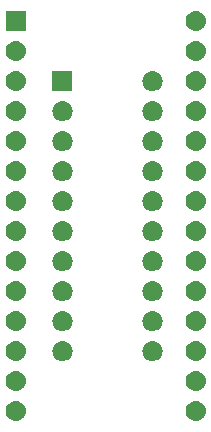
<source format=gbr>
G04 #@! TF.GenerationSoftware,KiCad,Pcbnew,(5.1.4)-1*
G04 #@! TF.CreationDate,2021-03-24T17:48:36-04:00*
G04 #@! TF.ProjectId,27c256_to_82s147,32376332-3536-45f7-946f-5f3832733134,rev?*
G04 #@! TF.SameCoordinates,Original*
G04 #@! TF.FileFunction,Soldermask,Top*
G04 #@! TF.FilePolarity,Negative*
%FSLAX46Y46*%
G04 Gerber Fmt 4.6, Leading zero omitted, Abs format (unit mm)*
G04 Created by KiCad (PCBNEW (5.1.4)-1) date 2021-03-24 17:48:36*
%MOMM*%
%LPD*%
G04 APERTURE LIST*
%ADD10C,0.100000*%
G04 APERTURE END LIST*
D10*
G36*
X140431824Y-112206314D02*
G01*
X140592243Y-112254977D01*
X140724907Y-112325887D01*
X140740079Y-112333997D01*
X140869660Y-112440342D01*
X140976005Y-112569923D01*
X140976006Y-112569925D01*
X141055025Y-112717759D01*
X141103688Y-112878178D01*
X141120118Y-113045001D01*
X141103688Y-113211824D01*
X141055025Y-113372243D01*
X140984115Y-113504907D01*
X140976005Y-113520079D01*
X140869660Y-113649660D01*
X140740079Y-113756005D01*
X140740077Y-113756006D01*
X140592243Y-113835025D01*
X140431824Y-113883688D01*
X140306805Y-113896001D01*
X140223197Y-113896001D01*
X140098178Y-113883688D01*
X139937759Y-113835025D01*
X139789925Y-113756006D01*
X139789923Y-113756005D01*
X139660342Y-113649660D01*
X139553997Y-113520079D01*
X139545887Y-113504907D01*
X139474977Y-113372243D01*
X139426314Y-113211824D01*
X139409884Y-113045001D01*
X139426314Y-112878178D01*
X139474977Y-112717759D01*
X139553996Y-112569925D01*
X139553997Y-112569923D01*
X139660342Y-112440342D01*
X139789923Y-112333997D01*
X139805095Y-112325887D01*
X139937759Y-112254977D01*
X140098178Y-112206314D01*
X140223197Y-112194001D01*
X140306805Y-112194001D01*
X140431824Y-112206314D01*
X140431824Y-112206314D01*
G37*
G36*
X125191824Y-112206314D02*
G01*
X125352243Y-112254977D01*
X125484907Y-112325887D01*
X125500079Y-112333997D01*
X125629660Y-112440342D01*
X125736005Y-112569923D01*
X125736006Y-112569925D01*
X125815025Y-112717759D01*
X125863688Y-112878178D01*
X125880118Y-113045001D01*
X125863688Y-113211824D01*
X125815025Y-113372243D01*
X125744115Y-113504907D01*
X125736005Y-113520079D01*
X125629660Y-113649660D01*
X125500079Y-113756005D01*
X125500077Y-113756006D01*
X125352243Y-113835025D01*
X125191824Y-113883688D01*
X125066805Y-113896001D01*
X124983197Y-113896001D01*
X124858178Y-113883688D01*
X124697759Y-113835025D01*
X124549925Y-113756006D01*
X124549923Y-113756005D01*
X124420342Y-113649660D01*
X124313997Y-113520079D01*
X124305887Y-113504907D01*
X124234977Y-113372243D01*
X124186314Y-113211824D01*
X124169884Y-113045001D01*
X124186314Y-112878178D01*
X124234977Y-112717759D01*
X124313996Y-112569925D01*
X124313997Y-112569923D01*
X124420342Y-112440342D01*
X124549923Y-112333997D01*
X124565095Y-112325887D01*
X124697759Y-112254977D01*
X124858178Y-112206314D01*
X124983197Y-112194001D01*
X125066805Y-112194001D01*
X125191824Y-112206314D01*
X125191824Y-112206314D01*
G37*
G36*
X140431824Y-109666314D02*
G01*
X140592243Y-109714977D01*
X140724907Y-109785887D01*
X140740079Y-109793997D01*
X140869660Y-109900342D01*
X140976005Y-110029923D01*
X140976006Y-110029925D01*
X141055025Y-110177759D01*
X141103688Y-110338178D01*
X141120118Y-110505001D01*
X141103688Y-110671824D01*
X141055025Y-110832243D01*
X140984115Y-110964907D01*
X140976005Y-110980079D01*
X140869660Y-111109660D01*
X140740079Y-111216005D01*
X140740077Y-111216006D01*
X140592243Y-111295025D01*
X140431824Y-111343688D01*
X140306805Y-111356001D01*
X140223197Y-111356001D01*
X140098178Y-111343688D01*
X139937759Y-111295025D01*
X139789925Y-111216006D01*
X139789923Y-111216005D01*
X139660342Y-111109660D01*
X139553997Y-110980079D01*
X139545887Y-110964907D01*
X139474977Y-110832243D01*
X139426314Y-110671824D01*
X139409884Y-110505001D01*
X139426314Y-110338178D01*
X139474977Y-110177759D01*
X139553996Y-110029925D01*
X139553997Y-110029923D01*
X139660342Y-109900342D01*
X139789923Y-109793997D01*
X139805095Y-109785887D01*
X139937759Y-109714977D01*
X140098178Y-109666314D01*
X140223197Y-109654001D01*
X140306805Y-109654001D01*
X140431824Y-109666314D01*
X140431824Y-109666314D01*
G37*
G36*
X125191824Y-109666314D02*
G01*
X125352243Y-109714977D01*
X125484907Y-109785887D01*
X125500079Y-109793997D01*
X125629660Y-109900342D01*
X125736005Y-110029923D01*
X125736006Y-110029925D01*
X125815025Y-110177759D01*
X125863688Y-110338178D01*
X125880118Y-110505001D01*
X125863688Y-110671824D01*
X125815025Y-110832243D01*
X125744115Y-110964907D01*
X125736005Y-110980079D01*
X125629660Y-111109660D01*
X125500079Y-111216005D01*
X125500077Y-111216006D01*
X125352243Y-111295025D01*
X125191824Y-111343688D01*
X125066805Y-111356001D01*
X124983197Y-111356001D01*
X124858178Y-111343688D01*
X124697759Y-111295025D01*
X124549925Y-111216006D01*
X124549923Y-111216005D01*
X124420342Y-111109660D01*
X124313997Y-110980079D01*
X124305887Y-110964907D01*
X124234977Y-110832243D01*
X124186314Y-110671824D01*
X124169884Y-110505001D01*
X124186314Y-110338178D01*
X124234977Y-110177759D01*
X124313996Y-110029925D01*
X124313997Y-110029923D01*
X124420342Y-109900342D01*
X124549923Y-109793997D01*
X124565095Y-109785887D01*
X124697759Y-109714977D01*
X124858178Y-109666314D01*
X124983197Y-109654001D01*
X125066805Y-109654001D01*
X125191824Y-109666314D01*
X125191824Y-109666314D01*
G37*
G36*
X129146823Y-107131313D02*
G01*
X129307242Y-107179976D01*
X129439906Y-107250886D01*
X129455078Y-107258996D01*
X129584659Y-107365341D01*
X129691004Y-107494922D01*
X129691005Y-107494924D01*
X129770024Y-107642758D01*
X129818687Y-107803177D01*
X129835117Y-107970000D01*
X129818687Y-108136823D01*
X129818686Y-108136825D01*
X129771541Y-108292243D01*
X129770024Y-108297242D01*
X129699114Y-108429906D01*
X129691004Y-108445078D01*
X129584659Y-108574659D01*
X129455078Y-108681004D01*
X129455076Y-108681005D01*
X129307242Y-108760024D01*
X129146823Y-108808687D01*
X129021804Y-108821000D01*
X128938196Y-108821000D01*
X128813177Y-108808687D01*
X128652758Y-108760024D01*
X128504924Y-108681005D01*
X128504922Y-108681004D01*
X128375341Y-108574659D01*
X128268996Y-108445078D01*
X128260886Y-108429906D01*
X128189976Y-108297242D01*
X128188460Y-108292243D01*
X128141314Y-108136825D01*
X128141313Y-108136823D01*
X128124883Y-107970000D01*
X128141313Y-107803177D01*
X128189976Y-107642758D01*
X128268995Y-107494924D01*
X128268996Y-107494922D01*
X128375341Y-107365341D01*
X128504922Y-107258996D01*
X128520094Y-107250886D01*
X128652758Y-107179976D01*
X128813177Y-107131313D01*
X128938196Y-107119000D01*
X129021804Y-107119000D01*
X129146823Y-107131313D01*
X129146823Y-107131313D01*
G37*
G36*
X136766823Y-107131313D02*
G01*
X136927242Y-107179976D01*
X137059906Y-107250886D01*
X137075078Y-107258996D01*
X137204659Y-107365341D01*
X137311004Y-107494922D01*
X137311005Y-107494924D01*
X137390024Y-107642758D01*
X137438687Y-107803177D01*
X137455117Y-107970000D01*
X137438687Y-108136823D01*
X137438686Y-108136825D01*
X137391541Y-108292243D01*
X137390024Y-108297242D01*
X137319114Y-108429906D01*
X137311004Y-108445078D01*
X137204659Y-108574659D01*
X137075078Y-108681004D01*
X137075076Y-108681005D01*
X136927242Y-108760024D01*
X136766823Y-108808687D01*
X136641804Y-108821000D01*
X136558196Y-108821000D01*
X136433177Y-108808687D01*
X136272758Y-108760024D01*
X136124924Y-108681005D01*
X136124922Y-108681004D01*
X135995341Y-108574659D01*
X135888996Y-108445078D01*
X135880886Y-108429906D01*
X135809976Y-108297242D01*
X135808460Y-108292243D01*
X135761314Y-108136825D01*
X135761313Y-108136823D01*
X135744883Y-107970000D01*
X135761313Y-107803177D01*
X135809976Y-107642758D01*
X135888995Y-107494924D01*
X135888996Y-107494922D01*
X135995341Y-107365341D01*
X136124922Y-107258996D01*
X136140094Y-107250886D01*
X136272758Y-107179976D01*
X136433177Y-107131313D01*
X136558196Y-107119000D01*
X136641804Y-107119000D01*
X136766823Y-107131313D01*
X136766823Y-107131313D01*
G37*
G36*
X140431824Y-107126314D02*
G01*
X140592243Y-107174977D01*
X140724907Y-107245887D01*
X140740079Y-107253997D01*
X140869660Y-107360342D01*
X140976005Y-107489923D01*
X140976006Y-107489925D01*
X141055025Y-107637759D01*
X141055026Y-107637762D01*
X141056542Y-107642761D01*
X141103688Y-107798178D01*
X141120118Y-107965001D01*
X141103688Y-108131824D01*
X141055025Y-108292243D01*
X140984115Y-108424907D01*
X140976005Y-108440079D01*
X140869660Y-108569660D01*
X140740079Y-108676005D01*
X140740077Y-108676006D01*
X140592243Y-108755025D01*
X140431824Y-108803688D01*
X140306805Y-108816001D01*
X140223197Y-108816001D01*
X140098178Y-108803688D01*
X139937759Y-108755025D01*
X139789925Y-108676006D01*
X139789923Y-108676005D01*
X139660342Y-108569660D01*
X139553997Y-108440079D01*
X139545887Y-108424907D01*
X139474977Y-108292243D01*
X139426314Y-108131824D01*
X139409884Y-107965001D01*
X139426314Y-107798178D01*
X139473460Y-107642761D01*
X139474976Y-107637762D01*
X139474977Y-107637759D01*
X139553996Y-107489925D01*
X139553997Y-107489923D01*
X139660342Y-107360342D01*
X139789923Y-107253997D01*
X139805095Y-107245887D01*
X139937759Y-107174977D01*
X140098178Y-107126314D01*
X140223197Y-107114001D01*
X140306805Y-107114001D01*
X140431824Y-107126314D01*
X140431824Y-107126314D01*
G37*
G36*
X125191824Y-107126314D02*
G01*
X125352243Y-107174977D01*
X125484907Y-107245887D01*
X125500079Y-107253997D01*
X125629660Y-107360342D01*
X125736005Y-107489923D01*
X125736006Y-107489925D01*
X125815025Y-107637759D01*
X125815026Y-107637762D01*
X125816542Y-107642761D01*
X125863688Y-107798178D01*
X125880118Y-107965001D01*
X125863688Y-108131824D01*
X125815025Y-108292243D01*
X125744115Y-108424907D01*
X125736005Y-108440079D01*
X125629660Y-108569660D01*
X125500079Y-108676005D01*
X125500077Y-108676006D01*
X125352243Y-108755025D01*
X125191824Y-108803688D01*
X125066805Y-108816001D01*
X124983197Y-108816001D01*
X124858178Y-108803688D01*
X124697759Y-108755025D01*
X124549925Y-108676006D01*
X124549923Y-108676005D01*
X124420342Y-108569660D01*
X124313997Y-108440079D01*
X124305887Y-108424907D01*
X124234977Y-108292243D01*
X124186314Y-108131824D01*
X124169884Y-107965001D01*
X124186314Y-107798178D01*
X124233460Y-107642761D01*
X124234976Y-107637762D01*
X124234977Y-107637759D01*
X124313996Y-107489925D01*
X124313997Y-107489923D01*
X124420342Y-107360342D01*
X124549923Y-107253997D01*
X124565095Y-107245887D01*
X124697759Y-107174977D01*
X124858178Y-107126314D01*
X124983197Y-107114001D01*
X125066805Y-107114001D01*
X125191824Y-107126314D01*
X125191824Y-107126314D01*
G37*
G36*
X129146823Y-104591313D02*
G01*
X129307242Y-104639976D01*
X129439906Y-104710886D01*
X129455078Y-104718996D01*
X129584659Y-104825341D01*
X129691004Y-104954922D01*
X129691005Y-104954924D01*
X129770024Y-105102758D01*
X129818687Y-105263177D01*
X129835117Y-105430000D01*
X129818687Y-105596823D01*
X129818686Y-105596825D01*
X129771541Y-105752243D01*
X129770024Y-105757242D01*
X129699114Y-105889906D01*
X129691004Y-105905078D01*
X129584659Y-106034659D01*
X129455078Y-106141004D01*
X129455076Y-106141005D01*
X129307242Y-106220024D01*
X129146823Y-106268687D01*
X129021804Y-106281000D01*
X128938196Y-106281000D01*
X128813177Y-106268687D01*
X128652758Y-106220024D01*
X128504924Y-106141005D01*
X128504922Y-106141004D01*
X128375341Y-106034659D01*
X128268996Y-105905078D01*
X128260886Y-105889906D01*
X128189976Y-105757242D01*
X128188460Y-105752243D01*
X128141314Y-105596825D01*
X128141313Y-105596823D01*
X128124883Y-105430000D01*
X128141313Y-105263177D01*
X128189976Y-105102758D01*
X128268995Y-104954924D01*
X128268996Y-104954922D01*
X128375341Y-104825341D01*
X128504922Y-104718996D01*
X128520094Y-104710886D01*
X128652758Y-104639976D01*
X128813177Y-104591313D01*
X128938196Y-104579000D01*
X129021804Y-104579000D01*
X129146823Y-104591313D01*
X129146823Y-104591313D01*
G37*
G36*
X136766823Y-104591313D02*
G01*
X136927242Y-104639976D01*
X137059906Y-104710886D01*
X137075078Y-104718996D01*
X137204659Y-104825341D01*
X137311004Y-104954922D01*
X137311005Y-104954924D01*
X137390024Y-105102758D01*
X137438687Y-105263177D01*
X137455117Y-105430000D01*
X137438687Y-105596823D01*
X137438686Y-105596825D01*
X137391541Y-105752243D01*
X137390024Y-105757242D01*
X137319114Y-105889906D01*
X137311004Y-105905078D01*
X137204659Y-106034659D01*
X137075078Y-106141004D01*
X137075076Y-106141005D01*
X136927242Y-106220024D01*
X136766823Y-106268687D01*
X136641804Y-106281000D01*
X136558196Y-106281000D01*
X136433177Y-106268687D01*
X136272758Y-106220024D01*
X136124924Y-106141005D01*
X136124922Y-106141004D01*
X135995341Y-106034659D01*
X135888996Y-105905078D01*
X135880886Y-105889906D01*
X135809976Y-105757242D01*
X135808460Y-105752243D01*
X135761314Y-105596825D01*
X135761313Y-105596823D01*
X135744883Y-105430000D01*
X135761313Y-105263177D01*
X135809976Y-105102758D01*
X135888995Y-104954924D01*
X135888996Y-104954922D01*
X135995341Y-104825341D01*
X136124922Y-104718996D01*
X136140094Y-104710886D01*
X136272758Y-104639976D01*
X136433177Y-104591313D01*
X136558196Y-104579000D01*
X136641804Y-104579000D01*
X136766823Y-104591313D01*
X136766823Y-104591313D01*
G37*
G36*
X140431824Y-104586314D02*
G01*
X140592243Y-104634977D01*
X140724907Y-104705887D01*
X140740079Y-104713997D01*
X140869660Y-104820342D01*
X140976005Y-104949923D01*
X140976006Y-104949925D01*
X141055025Y-105097759D01*
X141055026Y-105097762D01*
X141056542Y-105102761D01*
X141103688Y-105258178D01*
X141120118Y-105425001D01*
X141103688Y-105591824D01*
X141055025Y-105752243D01*
X140984115Y-105884907D01*
X140976005Y-105900079D01*
X140869660Y-106029660D01*
X140740079Y-106136005D01*
X140740077Y-106136006D01*
X140592243Y-106215025D01*
X140431824Y-106263688D01*
X140306805Y-106276001D01*
X140223197Y-106276001D01*
X140098178Y-106263688D01*
X139937759Y-106215025D01*
X139789925Y-106136006D01*
X139789923Y-106136005D01*
X139660342Y-106029660D01*
X139553997Y-105900079D01*
X139545887Y-105884907D01*
X139474977Y-105752243D01*
X139426314Y-105591824D01*
X139409884Y-105425001D01*
X139426314Y-105258178D01*
X139473460Y-105102761D01*
X139474976Y-105097762D01*
X139474977Y-105097759D01*
X139553996Y-104949925D01*
X139553997Y-104949923D01*
X139660342Y-104820342D01*
X139789923Y-104713997D01*
X139805095Y-104705887D01*
X139937759Y-104634977D01*
X140098178Y-104586314D01*
X140223197Y-104574001D01*
X140306805Y-104574001D01*
X140431824Y-104586314D01*
X140431824Y-104586314D01*
G37*
G36*
X125191824Y-104586314D02*
G01*
X125352243Y-104634977D01*
X125484907Y-104705887D01*
X125500079Y-104713997D01*
X125629660Y-104820342D01*
X125736005Y-104949923D01*
X125736006Y-104949925D01*
X125815025Y-105097759D01*
X125815026Y-105097762D01*
X125816542Y-105102761D01*
X125863688Y-105258178D01*
X125880118Y-105425001D01*
X125863688Y-105591824D01*
X125815025Y-105752243D01*
X125744115Y-105884907D01*
X125736005Y-105900079D01*
X125629660Y-106029660D01*
X125500079Y-106136005D01*
X125500077Y-106136006D01*
X125352243Y-106215025D01*
X125191824Y-106263688D01*
X125066805Y-106276001D01*
X124983197Y-106276001D01*
X124858178Y-106263688D01*
X124697759Y-106215025D01*
X124549925Y-106136006D01*
X124549923Y-106136005D01*
X124420342Y-106029660D01*
X124313997Y-105900079D01*
X124305887Y-105884907D01*
X124234977Y-105752243D01*
X124186314Y-105591824D01*
X124169884Y-105425001D01*
X124186314Y-105258178D01*
X124233460Y-105102761D01*
X124234976Y-105097762D01*
X124234977Y-105097759D01*
X124313996Y-104949925D01*
X124313997Y-104949923D01*
X124420342Y-104820342D01*
X124549923Y-104713997D01*
X124565095Y-104705887D01*
X124697759Y-104634977D01*
X124858178Y-104586314D01*
X124983197Y-104574001D01*
X125066805Y-104574001D01*
X125191824Y-104586314D01*
X125191824Y-104586314D01*
G37*
G36*
X136766823Y-102051313D02*
G01*
X136927242Y-102099976D01*
X137059906Y-102170886D01*
X137075078Y-102178996D01*
X137204659Y-102285341D01*
X137311004Y-102414922D01*
X137311005Y-102414924D01*
X137390024Y-102562758D01*
X137438687Y-102723177D01*
X137455117Y-102890000D01*
X137438687Y-103056823D01*
X137438686Y-103056825D01*
X137391541Y-103212243D01*
X137390024Y-103217242D01*
X137319114Y-103349906D01*
X137311004Y-103365078D01*
X137204659Y-103494659D01*
X137075078Y-103601004D01*
X137075076Y-103601005D01*
X136927242Y-103680024D01*
X136766823Y-103728687D01*
X136641804Y-103741000D01*
X136558196Y-103741000D01*
X136433177Y-103728687D01*
X136272758Y-103680024D01*
X136124924Y-103601005D01*
X136124922Y-103601004D01*
X135995341Y-103494659D01*
X135888996Y-103365078D01*
X135880886Y-103349906D01*
X135809976Y-103217242D01*
X135808460Y-103212243D01*
X135761314Y-103056825D01*
X135761313Y-103056823D01*
X135744883Y-102890000D01*
X135761313Y-102723177D01*
X135809976Y-102562758D01*
X135888995Y-102414924D01*
X135888996Y-102414922D01*
X135995341Y-102285341D01*
X136124922Y-102178996D01*
X136140094Y-102170886D01*
X136272758Y-102099976D01*
X136433177Y-102051313D01*
X136558196Y-102039000D01*
X136641804Y-102039000D01*
X136766823Y-102051313D01*
X136766823Y-102051313D01*
G37*
G36*
X129146823Y-102051313D02*
G01*
X129307242Y-102099976D01*
X129439906Y-102170886D01*
X129455078Y-102178996D01*
X129584659Y-102285341D01*
X129691004Y-102414922D01*
X129691005Y-102414924D01*
X129770024Y-102562758D01*
X129818687Y-102723177D01*
X129835117Y-102890000D01*
X129818687Y-103056823D01*
X129818686Y-103056825D01*
X129771541Y-103212243D01*
X129770024Y-103217242D01*
X129699114Y-103349906D01*
X129691004Y-103365078D01*
X129584659Y-103494659D01*
X129455078Y-103601004D01*
X129455076Y-103601005D01*
X129307242Y-103680024D01*
X129146823Y-103728687D01*
X129021804Y-103741000D01*
X128938196Y-103741000D01*
X128813177Y-103728687D01*
X128652758Y-103680024D01*
X128504924Y-103601005D01*
X128504922Y-103601004D01*
X128375341Y-103494659D01*
X128268996Y-103365078D01*
X128260886Y-103349906D01*
X128189976Y-103217242D01*
X128188460Y-103212243D01*
X128141314Y-103056825D01*
X128141313Y-103056823D01*
X128124883Y-102890000D01*
X128141313Y-102723177D01*
X128189976Y-102562758D01*
X128268995Y-102414924D01*
X128268996Y-102414922D01*
X128375341Y-102285341D01*
X128504922Y-102178996D01*
X128520094Y-102170886D01*
X128652758Y-102099976D01*
X128813177Y-102051313D01*
X128938196Y-102039000D01*
X129021804Y-102039000D01*
X129146823Y-102051313D01*
X129146823Y-102051313D01*
G37*
G36*
X125191824Y-102046314D02*
G01*
X125352243Y-102094977D01*
X125484907Y-102165887D01*
X125500079Y-102173997D01*
X125629660Y-102280342D01*
X125736005Y-102409923D01*
X125736006Y-102409925D01*
X125815025Y-102557759D01*
X125815026Y-102557762D01*
X125816542Y-102562761D01*
X125863688Y-102718178D01*
X125880118Y-102885001D01*
X125863688Y-103051824D01*
X125815025Y-103212243D01*
X125744115Y-103344907D01*
X125736005Y-103360079D01*
X125629660Y-103489660D01*
X125500079Y-103596005D01*
X125500077Y-103596006D01*
X125352243Y-103675025D01*
X125191824Y-103723688D01*
X125066805Y-103736001D01*
X124983197Y-103736001D01*
X124858178Y-103723688D01*
X124697759Y-103675025D01*
X124549925Y-103596006D01*
X124549923Y-103596005D01*
X124420342Y-103489660D01*
X124313997Y-103360079D01*
X124305887Y-103344907D01*
X124234977Y-103212243D01*
X124186314Y-103051824D01*
X124169884Y-102885001D01*
X124186314Y-102718178D01*
X124233460Y-102562761D01*
X124234976Y-102557762D01*
X124234977Y-102557759D01*
X124313996Y-102409925D01*
X124313997Y-102409923D01*
X124420342Y-102280342D01*
X124549923Y-102173997D01*
X124565095Y-102165887D01*
X124697759Y-102094977D01*
X124858178Y-102046314D01*
X124983197Y-102034001D01*
X125066805Y-102034001D01*
X125191824Y-102046314D01*
X125191824Y-102046314D01*
G37*
G36*
X140431824Y-102046314D02*
G01*
X140592243Y-102094977D01*
X140724907Y-102165887D01*
X140740079Y-102173997D01*
X140869660Y-102280342D01*
X140976005Y-102409923D01*
X140976006Y-102409925D01*
X141055025Y-102557759D01*
X141055026Y-102557762D01*
X141056542Y-102562761D01*
X141103688Y-102718178D01*
X141120118Y-102885001D01*
X141103688Y-103051824D01*
X141055025Y-103212243D01*
X140984115Y-103344907D01*
X140976005Y-103360079D01*
X140869660Y-103489660D01*
X140740079Y-103596005D01*
X140740077Y-103596006D01*
X140592243Y-103675025D01*
X140431824Y-103723688D01*
X140306805Y-103736001D01*
X140223197Y-103736001D01*
X140098178Y-103723688D01*
X139937759Y-103675025D01*
X139789925Y-103596006D01*
X139789923Y-103596005D01*
X139660342Y-103489660D01*
X139553997Y-103360079D01*
X139545887Y-103344907D01*
X139474977Y-103212243D01*
X139426314Y-103051824D01*
X139409884Y-102885001D01*
X139426314Y-102718178D01*
X139473460Y-102562761D01*
X139474976Y-102557762D01*
X139474977Y-102557759D01*
X139553996Y-102409925D01*
X139553997Y-102409923D01*
X139660342Y-102280342D01*
X139789923Y-102173997D01*
X139805095Y-102165887D01*
X139937759Y-102094977D01*
X140098178Y-102046314D01*
X140223197Y-102034001D01*
X140306805Y-102034001D01*
X140431824Y-102046314D01*
X140431824Y-102046314D01*
G37*
G36*
X129146823Y-99511313D02*
G01*
X129307242Y-99559976D01*
X129439906Y-99630886D01*
X129455078Y-99638996D01*
X129584659Y-99745341D01*
X129691004Y-99874922D01*
X129691005Y-99874924D01*
X129770024Y-100022758D01*
X129818687Y-100183177D01*
X129835117Y-100350000D01*
X129818687Y-100516823D01*
X129818686Y-100516825D01*
X129771541Y-100672243D01*
X129770024Y-100677242D01*
X129699114Y-100809906D01*
X129691004Y-100825078D01*
X129584659Y-100954659D01*
X129455078Y-101061004D01*
X129455076Y-101061005D01*
X129307242Y-101140024D01*
X129146823Y-101188687D01*
X129021804Y-101201000D01*
X128938196Y-101201000D01*
X128813177Y-101188687D01*
X128652758Y-101140024D01*
X128504924Y-101061005D01*
X128504922Y-101061004D01*
X128375341Y-100954659D01*
X128268996Y-100825078D01*
X128260886Y-100809906D01*
X128189976Y-100677242D01*
X128188460Y-100672243D01*
X128141314Y-100516825D01*
X128141313Y-100516823D01*
X128124883Y-100350000D01*
X128141313Y-100183177D01*
X128189976Y-100022758D01*
X128268995Y-99874924D01*
X128268996Y-99874922D01*
X128375341Y-99745341D01*
X128504922Y-99638996D01*
X128520094Y-99630886D01*
X128652758Y-99559976D01*
X128813177Y-99511313D01*
X128938196Y-99499000D01*
X129021804Y-99499000D01*
X129146823Y-99511313D01*
X129146823Y-99511313D01*
G37*
G36*
X136766823Y-99511313D02*
G01*
X136927242Y-99559976D01*
X137059906Y-99630886D01*
X137075078Y-99638996D01*
X137204659Y-99745341D01*
X137311004Y-99874922D01*
X137311005Y-99874924D01*
X137390024Y-100022758D01*
X137438687Y-100183177D01*
X137455117Y-100350000D01*
X137438687Y-100516823D01*
X137438686Y-100516825D01*
X137391541Y-100672243D01*
X137390024Y-100677242D01*
X137319114Y-100809906D01*
X137311004Y-100825078D01*
X137204659Y-100954659D01*
X137075078Y-101061004D01*
X137075076Y-101061005D01*
X136927242Y-101140024D01*
X136766823Y-101188687D01*
X136641804Y-101201000D01*
X136558196Y-101201000D01*
X136433177Y-101188687D01*
X136272758Y-101140024D01*
X136124924Y-101061005D01*
X136124922Y-101061004D01*
X135995341Y-100954659D01*
X135888996Y-100825078D01*
X135880886Y-100809906D01*
X135809976Y-100677242D01*
X135808460Y-100672243D01*
X135761314Y-100516825D01*
X135761313Y-100516823D01*
X135744883Y-100350000D01*
X135761313Y-100183177D01*
X135809976Y-100022758D01*
X135888995Y-99874924D01*
X135888996Y-99874922D01*
X135995341Y-99745341D01*
X136124922Y-99638996D01*
X136140094Y-99630886D01*
X136272758Y-99559976D01*
X136433177Y-99511313D01*
X136558196Y-99499000D01*
X136641804Y-99499000D01*
X136766823Y-99511313D01*
X136766823Y-99511313D01*
G37*
G36*
X125191824Y-99506314D02*
G01*
X125352243Y-99554977D01*
X125484907Y-99625887D01*
X125500079Y-99633997D01*
X125629660Y-99740342D01*
X125736005Y-99869923D01*
X125736006Y-99869925D01*
X125815025Y-100017759D01*
X125815026Y-100017762D01*
X125816542Y-100022761D01*
X125863688Y-100178178D01*
X125880118Y-100345001D01*
X125863688Y-100511824D01*
X125815025Y-100672243D01*
X125744115Y-100804907D01*
X125736005Y-100820079D01*
X125629660Y-100949660D01*
X125500079Y-101056005D01*
X125500077Y-101056006D01*
X125352243Y-101135025D01*
X125191824Y-101183688D01*
X125066805Y-101196001D01*
X124983197Y-101196001D01*
X124858178Y-101183688D01*
X124697759Y-101135025D01*
X124549925Y-101056006D01*
X124549923Y-101056005D01*
X124420342Y-100949660D01*
X124313997Y-100820079D01*
X124305887Y-100804907D01*
X124234977Y-100672243D01*
X124186314Y-100511824D01*
X124169884Y-100345001D01*
X124186314Y-100178178D01*
X124233460Y-100022761D01*
X124234976Y-100017762D01*
X124234977Y-100017759D01*
X124313996Y-99869925D01*
X124313997Y-99869923D01*
X124420342Y-99740342D01*
X124549923Y-99633997D01*
X124565095Y-99625887D01*
X124697759Y-99554977D01*
X124858178Y-99506314D01*
X124983197Y-99494001D01*
X125066805Y-99494001D01*
X125191824Y-99506314D01*
X125191824Y-99506314D01*
G37*
G36*
X140431824Y-99506314D02*
G01*
X140592243Y-99554977D01*
X140724907Y-99625887D01*
X140740079Y-99633997D01*
X140869660Y-99740342D01*
X140976005Y-99869923D01*
X140976006Y-99869925D01*
X141055025Y-100017759D01*
X141055026Y-100017762D01*
X141056542Y-100022761D01*
X141103688Y-100178178D01*
X141120118Y-100345001D01*
X141103688Y-100511824D01*
X141055025Y-100672243D01*
X140984115Y-100804907D01*
X140976005Y-100820079D01*
X140869660Y-100949660D01*
X140740079Y-101056005D01*
X140740077Y-101056006D01*
X140592243Y-101135025D01*
X140431824Y-101183688D01*
X140306805Y-101196001D01*
X140223197Y-101196001D01*
X140098178Y-101183688D01*
X139937759Y-101135025D01*
X139789925Y-101056006D01*
X139789923Y-101056005D01*
X139660342Y-100949660D01*
X139553997Y-100820079D01*
X139545887Y-100804907D01*
X139474977Y-100672243D01*
X139426314Y-100511824D01*
X139409884Y-100345001D01*
X139426314Y-100178178D01*
X139473460Y-100022761D01*
X139474976Y-100017762D01*
X139474977Y-100017759D01*
X139553996Y-99869925D01*
X139553997Y-99869923D01*
X139660342Y-99740342D01*
X139789923Y-99633997D01*
X139805095Y-99625887D01*
X139937759Y-99554977D01*
X140098178Y-99506314D01*
X140223197Y-99494001D01*
X140306805Y-99494001D01*
X140431824Y-99506314D01*
X140431824Y-99506314D01*
G37*
G36*
X129146823Y-96971313D02*
G01*
X129307242Y-97019976D01*
X129439906Y-97090886D01*
X129455078Y-97098996D01*
X129584659Y-97205341D01*
X129691004Y-97334922D01*
X129691005Y-97334924D01*
X129770024Y-97482758D01*
X129818687Y-97643177D01*
X129835117Y-97810000D01*
X129818687Y-97976823D01*
X129818686Y-97976825D01*
X129771541Y-98132243D01*
X129770024Y-98137242D01*
X129699114Y-98269906D01*
X129691004Y-98285078D01*
X129584659Y-98414659D01*
X129455078Y-98521004D01*
X129455076Y-98521005D01*
X129307242Y-98600024D01*
X129146823Y-98648687D01*
X129021804Y-98661000D01*
X128938196Y-98661000D01*
X128813177Y-98648687D01*
X128652758Y-98600024D01*
X128504924Y-98521005D01*
X128504922Y-98521004D01*
X128375341Y-98414659D01*
X128268996Y-98285078D01*
X128260886Y-98269906D01*
X128189976Y-98137242D01*
X128188460Y-98132243D01*
X128141314Y-97976825D01*
X128141313Y-97976823D01*
X128124883Y-97810000D01*
X128141313Y-97643177D01*
X128189976Y-97482758D01*
X128268995Y-97334924D01*
X128268996Y-97334922D01*
X128375341Y-97205341D01*
X128504922Y-97098996D01*
X128520094Y-97090886D01*
X128652758Y-97019976D01*
X128813177Y-96971313D01*
X128938196Y-96959000D01*
X129021804Y-96959000D01*
X129146823Y-96971313D01*
X129146823Y-96971313D01*
G37*
G36*
X136766823Y-96971313D02*
G01*
X136927242Y-97019976D01*
X137059906Y-97090886D01*
X137075078Y-97098996D01*
X137204659Y-97205341D01*
X137311004Y-97334922D01*
X137311005Y-97334924D01*
X137390024Y-97482758D01*
X137438687Y-97643177D01*
X137455117Y-97810000D01*
X137438687Y-97976823D01*
X137438686Y-97976825D01*
X137391541Y-98132243D01*
X137390024Y-98137242D01*
X137319114Y-98269906D01*
X137311004Y-98285078D01*
X137204659Y-98414659D01*
X137075078Y-98521004D01*
X137075076Y-98521005D01*
X136927242Y-98600024D01*
X136766823Y-98648687D01*
X136641804Y-98661000D01*
X136558196Y-98661000D01*
X136433177Y-98648687D01*
X136272758Y-98600024D01*
X136124924Y-98521005D01*
X136124922Y-98521004D01*
X135995341Y-98414659D01*
X135888996Y-98285078D01*
X135880886Y-98269906D01*
X135809976Y-98137242D01*
X135808460Y-98132243D01*
X135761314Y-97976825D01*
X135761313Y-97976823D01*
X135744883Y-97810000D01*
X135761313Y-97643177D01*
X135809976Y-97482758D01*
X135888995Y-97334924D01*
X135888996Y-97334922D01*
X135995341Y-97205341D01*
X136124922Y-97098996D01*
X136140094Y-97090886D01*
X136272758Y-97019976D01*
X136433177Y-96971313D01*
X136558196Y-96959000D01*
X136641804Y-96959000D01*
X136766823Y-96971313D01*
X136766823Y-96971313D01*
G37*
G36*
X125191824Y-96966314D02*
G01*
X125352243Y-97014977D01*
X125484907Y-97085887D01*
X125500079Y-97093997D01*
X125629660Y-97200342D01*
X125736005Y-97329923D01*
X125736006Y-97329925D01*
X125815025Y-97477759D01*
X125815026Y-97477762D01*
X125816542Y-97482761D01*
X125863688Y-97638178D01*
X125880118Y-97805001D01*
X125863688Y-97971824D01*
X125815025Y-98132243D01*
X125744115Y-98264907D01*
X125736005Y-98280079D01*
X125629660Y-98409660D01*
X125500079Y-98516005D01*
X125500077Y-98516006D01*
X125352243Y-98595025D01*
X125191824Y-98643688D01*
X125066805Y-98656001D01*
X124983197Y-98656001D01*
X124858178Y-98643688D01*
X124697759Y-98595025D01*
X124549925Y-98516006D01*
X124549923Y-98516005D01*
X124420342Y-98409660D01*
X124313997Y-98280079D01*
X124305887Y-98264907D01*
X124234977Y-98132243D01*
X124186314Y-97971824D01*
X124169884Y-97805001D01*
X124186314Y-97638178D01*
X124233460Y-97482761D01*
X124234976Y-97477762D01*
X124234977Y-97477759D01*
X124313996Y-97329925D01*
X124313997Y-97329923D01*
X124420342Y-97200342D01*
X124549923Y-97093997D01*
X124565095Y-97085887D01*
X124697759Y-97014977D01*
X124858178Y-96966314D01*
X124983197Y-96954001D01*
X125066805Y-96954001D01*
X125191824Y-96966314D01*
X125191824Y-96966314D01*
G37*
G36*
X140431824Y-96966314D02*
G01*
X140592243Y-97014977D01*
X140724907Y-97085887D01*
X140740079Y-97093997D01*
X140869660Y-97200342D01*
X140976005Y-97329923D01*
X140976006Y-97329925D01*
X141055025Y-97477759D01*
X141055026Y-97477762D01*
X141056542Y-97482761D01*
X141103688Y-97638178D01*
X141120118Y-97805001D01*
X141103688Y-97971824D01*
X141055025Y-98132243D01*
X140984115Y-98264907D01*
X140976005Y-98280079D01*
X140869660Y-98409660D01*
X140740079Y-98516005D01*
X140740077Y-98516006D01*
X140592243Y-98595025D01*
X140431824Y-98643688D01*
X140306805Y-98656001D01*
X140223197Y-98656001D01*
X140098178Y-98643688D01*
X139937759Y-98595025D01*
X139789925Y-98516006D01*
X139789923Y-98516005D01*
X139660342Y-98409660D01*
X139553997Y-98280079D01*
X139545887Y-98264907D01*
X139474977Y-98132243D01*
X139426314Y-97971824D01*
X139409884Y-97805001D01*
X139426314Y-97638178D01*
X139473460Y-97482761D01*
X139474976Y-97477762D01*
X139474977Y-97477759D01*
X139553996Y-97329925D01*
X139553997Y-97329923D01*
X139660342Y-97200342D01*
X139789923Y-97093997D01*
X139805095Y-97085887D01*
X139937759Y-97014977D01*
X140098178Y-96966314D01*
X140223197Y-96954001D01*
X140306805Y-96954001D01*
X140431824Y-96966314D01*
X140431824Y-96966314D01*
G37*
G36*
X129146823Y-94431313D02*
G01*
X129307242Y-94479976D01*
X129439906Y-94550886D01*
X129455078Y-94558996D01*
X129584659Y-94665341D01*
X129691004Y-94794922D01*
X129691005Y-94794924D01*
X129770024Y-94942758D01*
X129818687Y-95103177D01*
X129835117Y-95270000D01*
X129818687Y-95436823D01*
X129818686Y-95436825D01*
X129771541Y-95592243D01*
X129770024Y-95597242D01*
X129699114Y-95729906D01*
X129691004Y-95745078D01*
X129584659Y-95874659D01*
X129455078Y-95981004D01*
X129455076Y-95981005D01*
X129307242Y-96060024D01*
X129146823Y-96108687D01*
X129021804Y-96121000D01*
X128938196Y-96121000D01*
X128813177Y-96108687D01*
X128652758Y-96060024D01*
X128504924Y-95981005D01*
X128504922Y-95981004D01*
X128375341Y-95874659D01*
X128268996Y-95745078D01*
X128260886Y-95729906D01*
X128189976Y-95597242D01*
X128188460Y-95592243D01*
X128141314Y-95436825D01*
X128141313Y-95436823D01*
X128124883Y-95270000D01*
X128141313Y-95103177D01*
X128189976Y-94942758D01*
X128268995Y-94794924D01*
X128268996Y-94794922D01*
X128375341Y-94665341D01*
X128504922Y-94558996D01*
X128520094Y-94550886D01*
X128652758Y-94479976D01*
X128813177Y-94431313D01*
X128938196Y-94419000D01*
X129021804Y-94419000D01*
X129146823Y-94431313D01*
X129146823Y-94431313D01*
G37*
G36*
X136766823Y-94431313D02*
G01*
X136927242Y-94479976D01*
X137059906Y-94550886D01*
X137075078Y-94558996D01*
X137204659Y-94665341D01*
X137311004Y-94794922D01*
X137311005Y-94794924D01*
X137390024Y-94942758D01*
X137438687Y-95103177D01*
X137455117Y-95270000D01*
X137438687Y-95436823D01*
X137438686Y-95436825D01*
X137391541Y-95592243D01*
X137390024Y-95597242D01*
X137319114Y-95729906D01*
X137311004Y-95745078D01*
X137204659Y-95874659D01*
X137075078Y-95981004D01*
X137075076Y-95981005D01*
X136927242Y-96060024D01*
X136766823Y-96108687D01*
X136641804Y-96121000D01*
X136558196Y-96121000D01*
X136433177Y-96108687D01*
X136272758Y-96060024D01*
X136124924Y-95981005D01*
X136124922Y-95981004D01*
X135995341Y-95874659D01*
X135888996Y-95745078D01*
X135880886Y-95729906D01*
X135809976Y-95597242D01*
X135808460Y-95592243D01*
X135761314Y-95436825D01*
X135761313Y-95436823D01*
X135744883Y-95270000D01*
X135761313Y-95103177D01*
X135809976Y-94942758D01*
X135888995Y-94794924D01*
X135888996Y-94794922D01*
X135995341Y-94665341D01*
X136124922Y-94558996D01*
X136140094Y-94550886D01*
X136272758Y-94479976D01*
X136433177Y-94431313D01*
X136558196Y-94419000D01*
X136641804Y-94419000D01*
X136766823Y-94431313D01*
X136766823Y-94431313D01*
G37*
G36*
X125191824Y-94426314D02*
G01*
X125352243Y-94474977D01*
X125484907Y-94545887D01*
X125500079Y-94553997D01*
X125629660Y-94660342D01*
X125736005Y-94789923D01*
X125736006Y-94789925D01*
X125815025Y-94937759D01*
X125815026Y-94937762D01*
X125816542Y-94942761D01*
X125863688Y-95098178D01*
X125880118Y-95265001D01*
X125863688Y-95431824D01*
X125815025Y-95592243D01*
X125744115Y-95724907D01*
X125736005Y-95740079D01*
X125629660Y-95869660D01*
X125500079Y-95976005D01*
X125500077Y-95976006D01*
X125352243Y-96055025D01*
X125191824Y-96103688D01*
X125066805Y-96116001D01*
X124983197Y-96116001D01*
X124858178Y-96103688D01*
X124697759Y-96055025D01*
X124549925Y-95976006D01*
X124549923Y-95976005D01*
X124420342Y-95869660D01*
X124313997Y-95740079D01*
X124305887Y-95724907D01*
X124234977Y-95592243D01*
X124186314Y-95431824D01*
X124169884Y-95265001D01*
X124186314Y-95098178D01*
X124233460Y-94942761D01*
X124234976Y-94937762D01*
X124234977Y-94937759D01*
X124313996Y-94789925D01*
X124313997Y-94789923D01*
X124420342Y-94660342D01*
X124549923Y-94553997D01*
X124565095Y-94545887D01*
X124697759Y-94474977D01*
X124858178Y-94426314D01*
X124983197Y-94414001D01*
X125066805Y-94414001D01*
X125191824Y-94426314D01*
X125191824Y-94426314D01*
G37*
G36*
X140431824Y-94426314D02*
G01*
X140592243Y-94474977D01*
X140724907Y-94545887D01*
X140740079Y-94553997D01*
X140869660Y-94660342D01*
X140976005Y-94789923D01*
X140976006Y-94789925D01*
X141055025Y-94937759D01*
X141055026Y-94937762D01*
X141056542Y-94942761D01*
X141103688Y-95098178D01*
X141120118Y-95265001D01*
X141103688Y-95431824D01*
X141055025Y-95592243D01*
X140984115Y-95724907D01*
X140976005Y-95740079D01*
X140869660Y-95869660D01*
X140740079Y-95976005D01*
X140740077Y-95976006D01*
X140592243Y-96055025D01*
X140431824Y-96103688D01*
X140306805Y-96116001D01*
X140223197Y-96116001D01*
X140098178Y-96103688D01*
X139937759Y-96055025D01*
X139789925Y-95976006D01*
X139789923Y-95976005D01*
X139660342Y-95869660D01*
X139553997Y-95740079D01*
X139545887Y-95724907D01*
X139474977Y-95592243D01*
X139426314Y-95431824D01*
X139409884Y-95265001D01*
X139426314Y-95098178D01*
X139473460Y-94942761D01*
X139474976Y-94937762D01*
X139474977Y-94937759D01*
X139553996Y-94789925D01*
X139553997Y-94789923D01*
X139660342Y-94660342D01*
X139789923Y-94553997D01*
X139805095Y-94545887D01*
X139937759Y-94474977D01*
X140098178Y-94426314D01*
X140223197Y-94414001D01*
X140306805Y-94414001D01*
X140431824Y-94426314D01*
X140431824Y-94426314D01*
G37*
G36*
X136766823Y-91891313D02*
G01*
X136927242Y-91939976D01*
X137059906Y-92010886D01*
X137075078Y-92018996D01*
X137204659Y-92125341D01*
X137311004Y-92254922D01*
X137311005Y-92254924D01*
X137390024Y-92402758D01*
X137438687Y-92563177D01*
X137455117Y-92730000D01*
X137438687Y-92896823D01*
X137438686Y-92896825D01*
X137391541Y-93052243D01*
X137390024Y-93057242D01*
X137319114Y-93189906D01*
X137311004Y-93205078D01*
X137204659Y-93334659D01*
X137075078Y-93441004D01*
X137075076Y-93441005D01*
X136927242Y-93520024D01*
X136766823Y-93568687D01*
X136641804Y-93581000D01*
X136558196Y-93581000D01*
X136433177Y-93568687D01*
X136272758Y-93520024D01*
X136124924Y-93441005D01*
X136124922Y-93441004D01*
X135995341Y-93334659D01*
X135888996Y-93205078D01*
X135880886Y-93189906D01*
X135809976Y-93057242D01*
X135808460Y-93052243D01*
X135761314Y-92896825D01*
X135761313Y-92896823D01*
X135744883Y-92730000D01*
X135761313Y-92563177D01*
X135809976Y-92402758D01*
X135888995Y-92254924D01*
X135888996Y-92254922D01*
X135995341Y-92125341D01*
X136124922Y-92018996D01*
X136140094Y-92010886D01*
X136272758Y-91939976D01*
X136433177Y-91891313D01*
X136558196Y-91879000D01*
X136641804Y-91879000D01*
X136766823Y-91891313D01*
X136766823Y-91891313D01*
G37*
G36*
X129146823Y-91891313D02*
G01*
X129307242Y-91939976D01*
X129439906Y-92010886D01*
X129455078Y-92018996D01*
X129584659Y-92125341D01*
X129691004Y-92254922D01*
X129691005Y-92254924D01*
X129770024Y-92402758D01*
X129818687Y-92563177D01*
X129835117Y-92730000D01*
X129818687Y-92896823D01*
X129818686Y-92896825D01*
X129771541Y-93052243D01*
X129770024Y-93057242D01*
X129699114Y-93189906D01*
X129691004Y-93205078D01*
X129584659Y-93334659D01*
X129455078Y-93441004D01*
X129455076Y-93441005D01*
X129307242Y-93520024D01*
X129146823Y-93568687D01*
X129021804Y-93581000D01*
X128938196Y-93581000D01*
X128813177Y-93568687D01*
X128652758Y-93520024D01*
X128504924Y-93441005D01*
X128504922Y-93441004D01*
X128375341Y-93334659D01*
X128268996Y-93205078D01*
X128260886Y-93189906D01*
X128189976Y-93057242D01*
X128188460Y-93052243D01*
X128141314Y-92896825D01*
X128141313Y-92896823D01*
X128124883Y-92730000D01*
X128141313Y-92563177D01*
X128189976Y-92402758D01*
X128268995Y-92254924D01*
X128268996Y-92254922D01*
X128375341Y-92125341D01*
X128504922Y-92018996D01*
X128520094Y-92010886D01*
X128652758Y-91939976D01*
X128813177Y-91891313D01*
X128938196Y-91879000D01*
X129021804Y-91879000D01*
X129146823Y-91891313D01*
X129146823Y-91891313D01*
G37*
G36*
X125191824Y-91886314D02*
G01*
X125352243Y-91934977D01*
X125484907Y-92005887D01*
X125500079Y-92013997D01*
X125629660Y-92120342D01*
X125736005Y-92249923D01*
X125736006Y-92249925D01*
X125815025Y-92397759D01*
X125815026Y-92397762D01*
X125816542Y-92402761D01*
X125863688Y-92558178D01*
X125880118Y-92725001D01*
X125863688Y-92891824D01*
X125815025Y-93052243D01*
X125744115Y-93184907D01*
X125736005Y-93200079D01*
X125629660Y-93329660D01*
X125500079Y-93436005D01*
X125500077Y-93436006D01*
X125352243Y-93515025D01*
X125191824Y-93563688D01*
X125066805Y-93576001D01*
X124983197Y-93576001D01*
X124858178Y-93563688D01*
X124697759Y-93515025D01*
X124549925Y-93436006D01*
X124549923Y-93436005D01*
X124420342Y-93329660D01*
X124313997Y-93200079D01*
X124305887Y-93184907D01*
X124234977Y-93052243D01*
X124186314Y-92891824D01*
X124169884Y-92725001D01*
X124186314Y-92558178D01*
X124233460Y-92402761D01*
X124234976Y-92397762D01*
X124234977Y-92397759D01*
X124313996Y-92249925D01*
X124313997Y-92249923D01*
X124420342Y-92120342D01*
X124549923Y-92013997D01*
X124565095Y-92005887D01*
X124697759Y-91934977D01*
X124858178Y-91886314D01*
X124983197Y-91874001D01*
X125066805Y-91874001D01*
X125191824Y-91886314D01*
X125191824Y-91886314D01*
G37*
G36*
X140431824Y-91886314D02*
G01*
X140592243Y-91934977D01*
X140724907Y-92005887D01*
X140740079Y-92013997D01*
X140869660Y-92120342D01*
X140976005Y-92249923D01*
X140976006Y-92249925D01*
X141055025Y-92397759D01*
X141055026Y-92397762D01*
X141056542Y-92402761D01*
X141103688Y-92558178D01*
X141120118Y-92725001D01*
X141103688Y-92891824D01*
X141055025Y-93052243D01*
X140984115Y-93184907D01*
X140976005Y-93200079D01*
X140869660Y-93329660D01*
X140740079Y-93436005D01*
X140740077Y-93436006D01*
X140592243Y-93515025D01*
X140431824Y-93563688D01*
X140306805Y-93576001D01*
X140223197Y-93576001D01*
X140098178Y-93563688D01*
X139937759Y-93515025D01*
X139789925Y-93436006D01*
X139789923Y-93436005D01*
X139660342Y-93329660D01*
X139553997Y-93200079D01*
X139545887Y-93184907D01*
X139474977Y-93052243D01*
X139426314Y-92891824D01*
X139409884Y-92725001D01*
X139426314Y-92558178D01*
X139473460Y-92402761D01*
X139474976Y-92397762D01*
X139474977Y-92397759D01*
X139553996Y-92249925D01*
X139553997Y-92249923D01*
X139660342Y-92120342D01*
X139789923Y-92013997D01*
X139805095Y-92005887D01*
X139937759Y-91934977D01*
X140098178Y-91886314D01*
X140223197Y-91874001D01*
X140306805Y-91874001D01*
X140431824Y-91886314D01*
X140431824Y-91886314D01*
G37*
G36*
X136766823Y-89351313D02*
G01*
X136927242Y-89399976D01*
X137059906Y-89470886D01*
X137075078Y-89478996D01*
X137204659Y-89585341D01*
X137311004Y-89714922D01*
X137311005Y-89714924D01*
X137390024Y-89862758D01*
X137438687Y-90023177D01*
X137455117Y-90190000D01*
X137438687Y-90356823D01*
X137438686Y-90356825D01*
X137391541Y-90512243D01*
X137390024Y-90517242D01*
X137319114Y-90649906D01*
X137311004Y-90665078D01*
X137204659Y-90794659D01*
X137075078Y-90901004D01*
X137075076Y-90901005D01*
X136927242Y-90980024D01*
X136766823Y-91028687D01*
X136641804Y-91041000D01*
X136558196Y-91041000D01*
X136433177Y-91028687D01*
X136272758Y-90980024D01*
X136124924Y-90901005D01*
X136124922Y-90901004D01*
X135995341Y-90794659D01*
X135888996Y-90665078D01*
X135880886Y-90649906D01*
X135809976Y-90517242D01*
X135808460Y-90512243D01*
X135761314Y-90356825D01*
X135761313Y-90356823D01*
X135744883Y-90190000D01*
X135761313Y-90023177D01*
X135809976Y-89862758D01*
X135888995Y-89714924D01*
X135888996Y-89714922D01*
X135995341Y-89585341D01*
X136124922Y-89478996D01*
X136140094Y-89470886D01*
X136272758Y-89399976D01*
X136433177Y-89351313D01*
X136558196Y-89339000D01*
X136641804Y-89339000D01*
X136766823Y-89351313D01*
X136766823Y-89351313D01*
G37*
G36*
X129146823Y-89351313D02*
G01*
X129307242Y-89399976D01*
X129439906Y-89470886D01*
X129455078Y-89478996D01*
X129584659Y-89585341D01*
X129691004Y-89714922D01*
X129691005Y-89714924D01*
X129770024Y-89862758D01*
X129818687Y-90023177D01*
X129835117Y-90190000D01*
X129818687Y-90356823D01*
X129818686Y-90356825D01*
X129771541Y-90512243D01*
X129770024Y-90517242D01*
X129699114Y-90649906D01*
X129691004Y-90665078D01*
X129584659Y-90794659D01*
X129455078Y-90901004D01*
X129455076Y-90901005D01*
X129307242Y-90980024D01*
X129146823Y-91028687D01*
X129021804Y-91041000D01*
X128938196Y-91041000D01*
X128813177Y-91028687D01*
X128652758Y-90980024D01*
X128504924Y-90901005D01*
X128504922Y-90901004D01*
X128375341Y-90794659D01*
X128268996Y-90665078D01*
X128260886Y-90649906D01*
X128189976Y-90517242D01*
X128188460Y-90512243D01*
X128141314Y-90356825D01*
X128141313Y-90356823D01*
X128124883Y-90190000D01*
X128141313Y-90023177D01*
X128189976Y-89862758D01*
X128268995Y-89714924D01*
X128268996Y-89714922D01*
X128375341Y-89585341D01*
X128504922Y-89478996D01*
X128520094Y-89470886D01*
X128652758Y-89399976D01*
X128813177Y-89351313D01*
X128938196Y-89339000D01*
X129021804Y-89339000D01*
X129146823Y-89351313D01*
X129146823Y-89351313D01*
G37*
G36*
X125191824Y-89346314D02*
G01*
X125352243Y-89394977D01*
X125484907Y-89465887D01*
X125500079Y-89473997D01*
X125629660Y-89580342D01*
X125736005Y-89709923D01*
X125736006Y-89709925D01*
X125815025Y-89857759D01*
X125815026Y-89857762D01*
X125816542Y-89862761D01*
X125863688Y-90018178D01*
X125880118Y-90185001D01*
X125863688Y-90351824D01*
X125815025Y-90512243D01*
X125744115Y-90644907D01*
X125736005Y-90660079D01*
X125629660Y-90789660D01*
X125500079Y-90896005D01*
X125500077Y-90896006D01*
X125352243Y-90975025D01*
X125191824Y-91023688D01*
X125066805Y-91036001D01*
X124983197Y-91036001D01*
X124858178Y-91023688D01*
X124697759Y-90975025D01*
X124549925Y-90896006D01*
X124549923Y-90896005D01*
X124420342Y-90789660D01*
X124313997Y-90660079D01*
X124305887Y-90644907D01*
X124234977Y-90512243D01*
X124186314Y-90351824D01*
X124169884Y-90185001D01*
X124186314Y-90018178D01*
X124233460Y-89862761D01*
X124234976Y-89857762D01*
X124234977Y-89857759D01*
X124313996Y-89709925D01*
X124313997Y-89709923D01*
X124420342Y-89580342D01*
X124549923Y-89473997D01*
X124565095Y-89465887D01*
X124697759Y-89394977D01*
X124858178Y-89346314D01*
X124983197Y-89334001D01*
X125066805Y-89334001D01*
X125191824Y-89346314D01*
X125191824Y-89346314D01*
G37*
G36*
X140431824Y-89346314D02*
G01*
X140592243Y-89394977D01*
X140724907Y-89465887D01*
X140740079Y-89473997D01*
X140869660Y-89580342D01*
X140976005Y-89709923D01*
X140976006Y-89709925D01*
X141055025Y-89857759D01*
X141055026Y-89857762D01*
X141056542Y-89862761D01*
X141103688Y-90018178D01*
X141120118Y-90185001D01*
X141103688Y-90351824D01*
X141055025Y-90512243D01*
X140984115Y-90644907D01*
X140976005Y-90660079D01*
X140869660Y-90789660D01*
X140740079Y-90896005D01*
X140740077Y-90896006D01*
X140592243Y-90975025D01*
X140431824Y-91023688D01*
X140306805Y-91036001D01*
X140223197Y-91036001D01*
X140098178Y-91023688D01*
X139937759Y-90975025D01*
X139789925Y-90896006D01*
X139789923Y-90896005D01*
X139660342Y-90789660D01*
X139553997Y-90660079D01*
X139545887Y-90644907D01*
X139474977Y-90512243D01*
X139426314Y-90351824D01*
X139409884Y-90185001D01*
X139426314Y-90018178D01*
X139473460Y-89862761D01*
X139474976Y-89857762D01*
X139474977Y-89857759D01*
X139553996Y-89709925D01*
X139553997Y-89709923D01*
X139660342Y-89580342D01*
X139789923Y-89473997D01*
X139805095Y-89465887D01*
X139937759Y-89394977D01*
X140098178Y-89346314D01*
X140223197Y-89334001D01*
X140306805Y-89334001D01*
X140431824Y-89346314D01*
X140431824Y-89346314D01*
G37*
G36*
X136766823Y-86811313D02*
G01*
X136927242Y-86859976D01*
X137059906Y-86930886D01*
X137075078Y-86938996D01*
X137204659Y-87045341D01*
X137311004Y-87174922D01*
X137311005Y-87174924D01*
X137390024Y-87322758D01*
X137438687Y-87483177D01*
X137455117Y-87650000D01*
X137438687Y-87816823D01*
X137438686Y-87816825D01*
X137391541Y-87972243D01*
X137390024Y-87977242D01*
X137319114Y-88109906D01*
X137311004Y-88125078D01*
X137204659Y-88254659D01*
X137075078Y-88361004D01*
X137075076Y-88361005D01*
X136927242Y-88440024D01*
X136766823Y-88488687D01*
X136641804Y-88501000D01*
X136558196Y-88501000D01*
X136433177Y-88488687D01*
X136272758Y-88440024D01*
X136124924Y-88361005D01*
X136124922Y-88361004D01*
X135995341Y-88254659D01*
X135888996Y-88125078D01*
X135880886Y-88109906D01*
X135809976Y-87977242D01*
X135808460Y-87972243D01*
X135761314Y-87816825D01*
X135761313Y-87816823D01*
X135744883Y-87650000D01*
X135761313Y-87483177D01*
X135809976Y-87322758D01*
X135888995Y-87174924D01*
X135888996Y-87174922D01*
X135995341Y-87045341D01*
X136124922Y-86938996D01*
X136140094Y-86930886D01*
X136272758Y-86859976D01*
X136433177Y-86811313D01*
X136558196Y-86799000D01*
X136641804Y-86799000D01*
X136766823Y-86811313D01*
X136766823Y-86811313D01*
G37*
G36*
X129146823Y-86811313D02*
G01*
X129307242Y-86859976D01*
X129439906Y-86930886D01*
X129455078Y-86938996D01*
X129584659Y-87045341D01*
X129691004Y-87174922D01*
X129691005Y-87174924D01*
X129770024Y-87322758D01*
X129818687Y-87483177D01*
X129835117Y-87650000D01*
X129818687Y-87816823D01*
X129818686Y-87816825D01*
X129771541Y-87972243D01*
X129770024Y-87977242D01*
X129699114Y-88109906D01*
X129691004Y-88125078D01*
X129584659Y-88254659D01*
X129455078Y-88361004D01*
X129455076Y-88361005D01*
X129307242Y-88440024D01*
X129146823Y-88488687D01*
X129021804Y-88501000D01*
X128938196Y-88501000D01*
X128813177Y-88488687D01*
X128652758Y-88440024D01*
X128504924Y-88361005D01*
X128504922Y-88361004D01*
X128375341Y-88254659D01*
X128268996Y-88125078D01*
X128260886Y-88109906D01*
X128189976Y-87977242D01*
X128188460Y-87972243D01*
X128141314Y-87816825D01*
X128141313Y-87816823D01*
X128124883Y-87650000D01*
X128141313Y-87483177D01*
X128189976Y-87322758D01*
X128268995Y-87174924D01*
X128268996Y-87174922D01*
X128375341Y-87045341D01*
X128504922Y-86938996D01*
X128520094Y-86930886D01*
X128652758Y-86859976D01*
X128813177Y-86811313D01*
X128938196Y-86799000D01*
X129021804Y-86799000D01*
X129146823Y-86811313D01*
X129146823Y-86811313D01*
G37*
G36*
X140431824Y-86806314D02*
G01*
X140592243Y-86854977D01*
X140724907Y-86925887D01*
X140740079Y-86933997D01*
X140869660Y-87040342D01*
X140976005Y-87169923D01*
X140976006Y-87169925D01*
X141055025Y-87317759D01*
X141055026Y-87317762D01*
X141056542Y-87322761D01*
X141103688Y-87478178D01*
X141120118Y-87645001D01*
X141103688Y-87811824D01*
X141055025Y-87972243D01*
X140984115Y-88104907D01*
X140976005Y-88120079D01*
X140869660Y-88249660D01*
X140740079Y-88356005D01*
X140740077Y-88356006D01*
X140592243Y-88435025D01*
X140431824Y-88483688D01*
X140306805Y-88496001D01*
X140223197Y-88496001D01*
X140098178Y-88483688D01*
X139937759Y-88435025D01*
X139789925Y-88356006D01*
X139789923Y-88356005D01*
X139660342Y-88249660D01*
X139553997Y-88120079D01*
X139545887Y-88104907D01*
X139474977Y-87972243D01*
X139426314Y-87811824D01*
X139409884Y-87645001D01*
X139426314Y-87478178D01*
X139473460Y-87322761D01*
X139474976Y-87317762D01*
X139474977Y-87317759D01*
X139553996Y-87169925D01*
X139553997Y-87169923D01*
X139660342Y-87040342D01*
X139789923Y-86933997D01*
X139805095Y-86925887D01*
X139937759Y-86854977D01*
X140098178Y-86806314D01*
X140223197Y-86794001D01*
X140306805Y-86794001D01*
X140431824Y-86806314D01*
X140431824Y-86806314D01*
G37*
G36*
X125191824Y-86806314D02*
G01*
X125352243Y-86854977D01*
X125484907Y-86925887D01*
X125500079Y-86933997D01*
X125629660Y-87040342D01*
X125736005Y-87169923D01*
X125736006Y-87169925D01*
X125815025Y-87317759D01*
X125815026Y-87317762D01*
X125816542Y-87322761D01*
X125863688Y-87478178D01*
X125880118Y-87645001D01*
X125863688Y-87811824D01*
X125815025Y-87972243D01*
X125744115Y-88104907D01*
X125736005Y-88120079D01*
X125629660Y-88249660D01*
X125500079Y-88356005D01*
X125500077Y-88356006D01*
X125352243Y-88435025D01*
X125191824Y-88483688D01*
X125066805Y-88496001D01*
X124983197Y-88496001D01*
X124858178Y-88483688D01*
X124697759Y-88435025D01*
X124549925Y-88356006D01*
X124549923Y-88356005D01*
X124420342Y-88249660D01*
X124313997Y-88120079D01*
X124305887Y-88104907D01*
X124234977Y-87972243D01*
X124186314Y-87811824D01*
X124169884Y-87645001D01*
X124186314Y-87478178D01*
X124233460Y-87322761D01*
X124234976Y-87317762D01*
X124234977Y-87317759D01*
X124313996Y-87169925D01*
X124313997Y-87169923D01*
X124420342Y-87040342D01*
X124549923Y-86933997D01*
X124565095Y-86925887D01*
X124697759Y-86854977D01*
X124858178Y-86806314D01*
X124983197Y-86794001D01*
X125066805Y-86794001D01*
X125191824Y-86806314D01*
X125191824Y-86806314D01*
G37*
G36*
X136766823Y-84271313D02*
G01*
X136927242Y-84319976D01*
X137059906Y-84390886D01*
X137075078Y-84398996D01*
X137204659Y-84505341D01*
X137311004Y-84634922D01*
X137311005Y-84634924D01*
X137390024Y-84782758D01*
X137438687Y-84943177D01*
X137455117Y-85110000D01*
X137438687Y-85276823D01*
X137438686Y-85276825D01*
X137391541Y-85432243D01*
X137390024Y-85437242D01*
X137319114Y-85569906D01*
X137311004Y-85585078D01*
X137204659Y-85714659D01*
X137075078Y-85821004D01*
X137075076Y-85821005D01*
X136927242Y-85900024D01*
X136766823Y-85948687D01*
X136641804Y-85961000D01*
X136558196Y-85961000D01*
X136433177Y-85948687D01*
X136272758Y-85900024D01*
X136124924Y-85821005D01*
X136124922Y-85821004D01*
X135995341Y-85714659D01*
X135888996Y-85585078D01*
X135880886Y-85569906D01*
X135809976Y-85437242D01*
X135808460Y-85432243D01*
X135761314Y-85276825D01*
X135761313Y-85276823D01*
X135744883Y-85110000D01*
X135761313Y-84943177D01*
X135809976Y-84782758D01*
X135888995Y-84634924D01*
X135888996Y-84634922D01*
X135995341Y-84505341D01*
X136124922Y-84398996D01*
X136140094Y-84390886D01*
X136272758Y-84319976D01*
X136433177Y-84271313D01*
X136558196Y-84259000D01*
X136641804Y-84259000D01*
X136766823Y-84271313D01*
X136766823Y-84271313D01*
G37*
G36*
X129831000Y-85961000D02*
G01*
X128129000Y-85961000D01*
X128129000Y-84259000D01*
X129831000Y-84259000D01*
X129831000Y-85961000D01*
X129831000Y-85961000D01*
G37*
G36*
X140431824Y-84266314D02*
G01*
X140592243Y-84314977D01*
X140724907Y-84385887D01*
X140740079Y-84393997D01*
X140869660Y-84500342D01*
X140976005Y-84629923D01*
X140976006Y-84629925D01*
X141055025Y-84777759D01*
X141055026Y-84777762D01*
X141056542Y-84782761D01*
X141103688Y-84938178D01*
X141120118Y-85105001D01*
X141103688Y-85271824D01*
X141055025Y-85432243D01*
X140984115Y-85564907D01*
X140976005Y-85580079D01*
X140869660Y-85709660D01*
X140740079Y-85816005D01*
X140740077Y-85816006D01*
X140592243Y-85895025D01*
X140431824Y-85943688D01*
X140306805Y-85956001D01*
X140223197Y-85956001D01*
X140098178Y-85943688D01*
X139937759Y-85895025D01*
X139789925Y-85816006D01*
X139789923Y-85816005D01*
X139660342Y-85709660D01*
X139553997Y-85580079D01*
X139545887Y-85564907D01*
X139474977Y-85432243D01*
X139426314Y-85271824D01*
X139409884Y-85105001D01*
X139426314Y-84938178D01*
X139473460Y-84782761D01*
X139474976Y-84777762D01*
X139474977Y-84777759D01*
X139553996Y-84629925D01*
X139553997Y-84629923D01*
X139660342Y-84500342D01*
X139789923Y-84393997D01*
X139805095Y-84385887D01*
X139937759Y-84314977D01*
X140098178Y-84266314D01*
X140223197Y-84254001D01*
X140306805Y-84254001D01*
X140431824Y-84266314D01*
X140431824Y-84266314D01*
G37*
G36*
X125191824Y-84266314D02*
G01*
X125352243Y-84314977D01*
X125484907Y-84385887D01*
X125500079Y-84393997D01*
X125629660Y-84500342D01*
X125736005Y-84629923D01*
X125736006Y-84629925D01*
X125815025Y-84777759D01*
X125815026Y-84777762D01*
X125816542Y-84782761D01*
X125863688Y-84938178D01*
X125880118Y-85105001D01*
X125863688Y-85271824D01*
X125815025Y-85432243D01*
X125744115Y-85564907D01*
X125736005Y-85580079D01*
X125629660Y-85709660D01*
X125500079Y-85816005D01*
X125500077Y-85816006D01*
X125352243Y-85895025D01*
X125191824Y-85943688D01*
X125066805Y-85956001D01*
X124983197Y-85956001D01*
X124858178Y-85943688D01*
X124697759Y-85895025D01*
X124549925Y-85816006D01*
X124549923Y-85816005D01*
X124420342Y-85709660D01*
X124313997Y-85580079D01*
X124305887Y-85564907D01*
X124234977Y-85432243D01*
X124186314Y-85271824D01*
X124169884Y-85105001D01*
X124186314Y-84938178D01*
X124233460Y-84782761D01*
X124234976Y-84777762D01*
X124234977Y-84777759D01*
X124313996Y-84629925D01*
X124313997Y-84629923D01*
X124420342Y-84500342D01*
X124549923Y-84393997D01*
X124565095Y-84385887D01*
X124697759Y-84314977D01*
X124858178Y-84266314D01*
X124983197Y-84254001D01*
X125066805Y-84254001D01*
X125191824Y-84266314D01*
X125191824Y-84266314D01*
G37*
G36*
X140431824Y-81726314D02*
G01*
X140592243Y-81774977D01*
X140724907Y-81845887D01*
X140740079Y-81853997D01*
X140869660Y-81960342D01*
X140976005Y-82089923D01*
X140976006Y-82089925D01*
X141055025Y-82237759D01*
X141103688Y-82398178D01*
X141120118Y-82565001D01*
X141103688Y-82731824D01*
X141055025Y-82892243D01*
X140984115Y-83024907D01*
X140976005Y-83040079D01*
X140869660Y-83169660D01*
X140740079Y-83276005D01*
X140740077Y-83276006D01*
X140592243Y-83355025D01*
X140431824Y-83403688D01*
X140306805Y-83416001D01*
X140223197Y-83416001D01*
X140098178Y-83403688D01*
X139937759Y-83355025D01*
X139789925Y-83276006D01*
X139789923Y-83276005D01*
X139660342Y-83169660D01*
X139553997Y-83040079D01*
X139545887Y-83024907D01*
X139474977Y-82892243D01*
X139426314Y-82731824D01*
X139409884Y-82565001D01*
X139426314Y-82398178D01*
X139474977Y-82237759D01*
X139553996Y-82089925D01*
X139553997Y-82089923D01*
X139660342Y-81960342D01*
X139789923Y-81853997D01*
X139805095Y-81845887D01*
X139937759Y-81774977D01*
X140098178Y-81726314D01*
X140223197Y-81714001D01*
X140306805Y-81714001D01*
X140431824Y-81726314D01*
X140431824Y-81726314D01*
G37*
G36*
X125191824Y-81726314D02*
G01*
X125352243Y-81774977D01*
X125484907Y-81845887D01*
X125500079Y-81853997D01*
X125629660Y-81960342D01*
X125736005Y-82089923D01*
X125736006Y-82089925D01*
X125815025Y-82237759D01*
X125863688Y-82398178D01*
X125880118Y-82565001D01*
X125863688Y-82731824D01*
X125815025Y-82892243D01*
X125744115Y-83024907D01*
X125736005Y-83040079D01*
X125629660Y-83169660D01*
X125500079Y-83276005D01*
X125500077Y-83276006D01*
X125352243Y-83355025D01*
X125191824Y-83403688D01*
X125066805Y-83416001D01*
X124983197Y-83416001D01*
X124858178Y-83403688D01*
X124697759Y-83355025D01*
X124549925Y-83276006D01*
X124549923Y-83276005D01*
X124420342Y-83169660D01*
X124313997Y-83040079D01*
X124305887Y-83024907D01*
X124234977Y-82892243D01*
X124186314Y-82731824D01*
X124169884Y-82565001D01*
X124186314Y-82398178D01*
X124234977Y-82237759D01*
X124313996Y-82089925D01*
X124313997Y-82089923D01*
X124420342Y-81960342D01*
X124549923Y-81853997D01*
X124565095Y-81845887D01*
X124697759Y-81774977D01*
X124858178Y-81726314D01*
X124983197Y-81714001D01*
X125066805Y-81714001D01*
X125191824Y-81726314D01*
X125191824Y-81726314D01*
G37*
G36*
X140431824Y-79186314D02*
G01*
X140592243Y-79234977D01*
X140724907Y-79305887D01*
X140740079Y-79313997D01*
X140869660Y-79420342D01*
X140976005Y-79549923D01*
X140976006Y-79549925D01*
X141055025Y-79697759D01*
X141103688Y-79858178D01*
X141120118Y-80025001D01*
X141103688Y-80191824D01*
X141055025Y-80352243D01*
X140984115Y-80484907D01*
X140976005Y-80500079D01*
X140869660Y-80629660D01*
X140740079Y-80736005D01*
X140740077Y-80736006D01*
X140592243Y-80815025D01*
X140431824Y-80863688D01*
X140306805Y-80876001D01*
X140223197Y-80876001D01*
X140098178Y-80863688D01*
X139937759Y-80815025D01*
X139789925Y-80736006D01*
X139789923Y-80736005D01*
X139660342Y-80629660D01*
X139553997Y-80500079D01*
X139545887Y-80484907D01*
X139474977Y-80352243D01*
X139426314Y-80191824D01*
X139409884Y-80025001D01*
X139426314Y-79858178D01*
X139474977Y-79697759D01*
X139553996Y-79549925D01*
X139553997Y-79549923D01*
X139660342Y-79420342D01*
X139789923Y-79313997D01*
X139805095Y-79305887D01*
X139937759Y-79234977D01*
X140098178Y-79186314D01*
X140223197Y-79174001D01*
X140306805Y-79174001D01*
X140431824Y-79186314D01*
X140431824Y-79186314D01*
G37*
G36*
X125876001Y-80876001D02*
G01*
X124174001Y-80876001D01*
X124174001Y-79174001D01*
X125876001Y-79174001D01*
X125876001Y-80876001D01*
X125876001Y-80876001D01*
G37*
M02*

</source>
